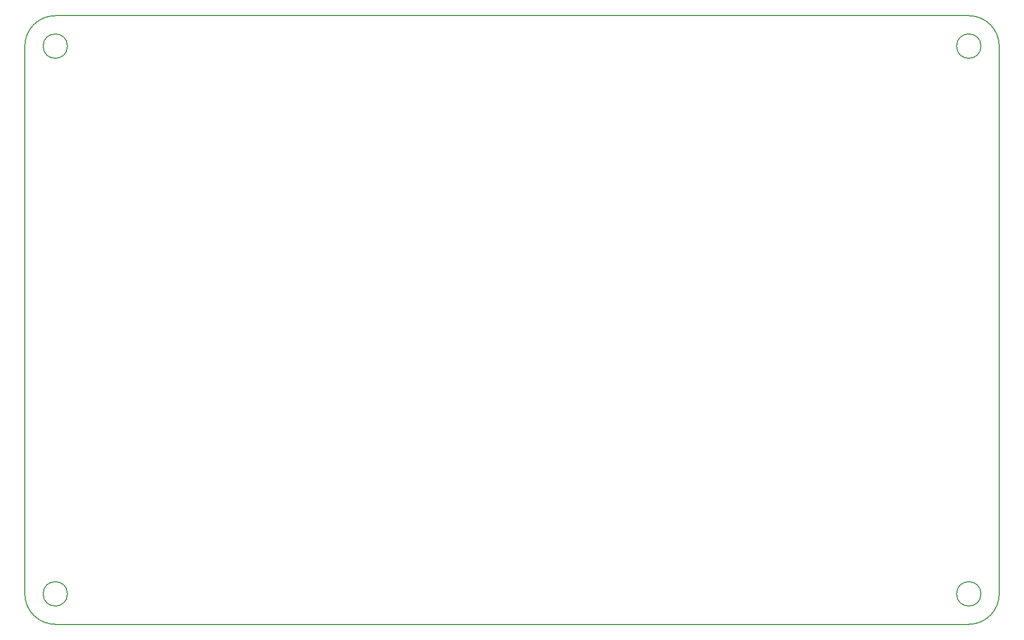
<source format=gbr>
%TF.GenerationSoftware,KiCad,Pcbnew,9.0.3*%
%TF.CreationDate,2025-07-21T16:07:52+02:00*%
%TF.ProjectId,lokho1-z,6c6f6b68-6f31-42d7-9a2e-6b696361645f,rev?*%
%TF.SameCoordinates,Original*%
%TF.FileFunction,Profile,NP*%
%FSLAX46Y46*%
G04 Gerber Fmt 4.6, Leading zero omitted, Abs format (unit mm)*
G04 Created by KiCad (PCBNEW 9.0.3) date 2025-07-21 16:07:52*
%MOMM*%
%LPD*%
G01*
G04 APERTURE LIST*
%TA.AperFunction,Profile*%
%ADD10C,0.150000*%
%TD*%
G04 APERTURE END LIST*
D10*
X40000000Y-55000000D02*
G75*
G02*
X45000000Y-50000000I5000000J0D01*
G01*
X40000000Y-145000000D02*
X40000000Y-55000000D01*
X45000000Y-150000000D02*
G75*
G02*
X40000000Y-145000000I0J5000000D01*
G01*
X47000000Y-55000000D02*
G75*
G02*
X43000000Y-55000000I-2000000J0D01*
G01*
X43000000Y-55000000D02*
G75*
G02*
X47000000Y-55000000I2000000J0D01*
G01*
X47000000Y-145000000D02*
G75*
G02*
X43000000Y-145000000I-2000000J0D01*
G01*
X43000000Y-145000000D02*
G75*
G02*
X47000000Y-145000000I2000000J0D01*
G01*
X45000000Y-50000000D02*
X195000000Y-50000000D01*
X195000000Y-50000000D02*
G75*
G02*
X200000000Y-55000000I0J-5000000D01*
G01*
X197000000Y-55000000D02*
G75*
G02*
X193000000Y-55000000I-2000000J0D01*
G01*
X193000000Y-55000000D02*
G75*
G02*
X197000000Y-55000000I2000000J0D01*
G01*
X197000000Y-145000000D02*
G75*
G02*
X193000000Y-145000000I-2000000J0D01*
G01*
X193000000Y-145000000D02*
G75*
G02*
X197000000Y-145000000I2000000J0D01*
G01*
X200000000Y-55000000D02*
X200000000Y-145000000D01*
X200000000Y-145000000D02*
G75*
G02*
X195000000Y-150000000I-5000000J0D01*
G01*
X195000000Y-150000000D02*
X45000000Y-150000000D01*
M02*

</source>
